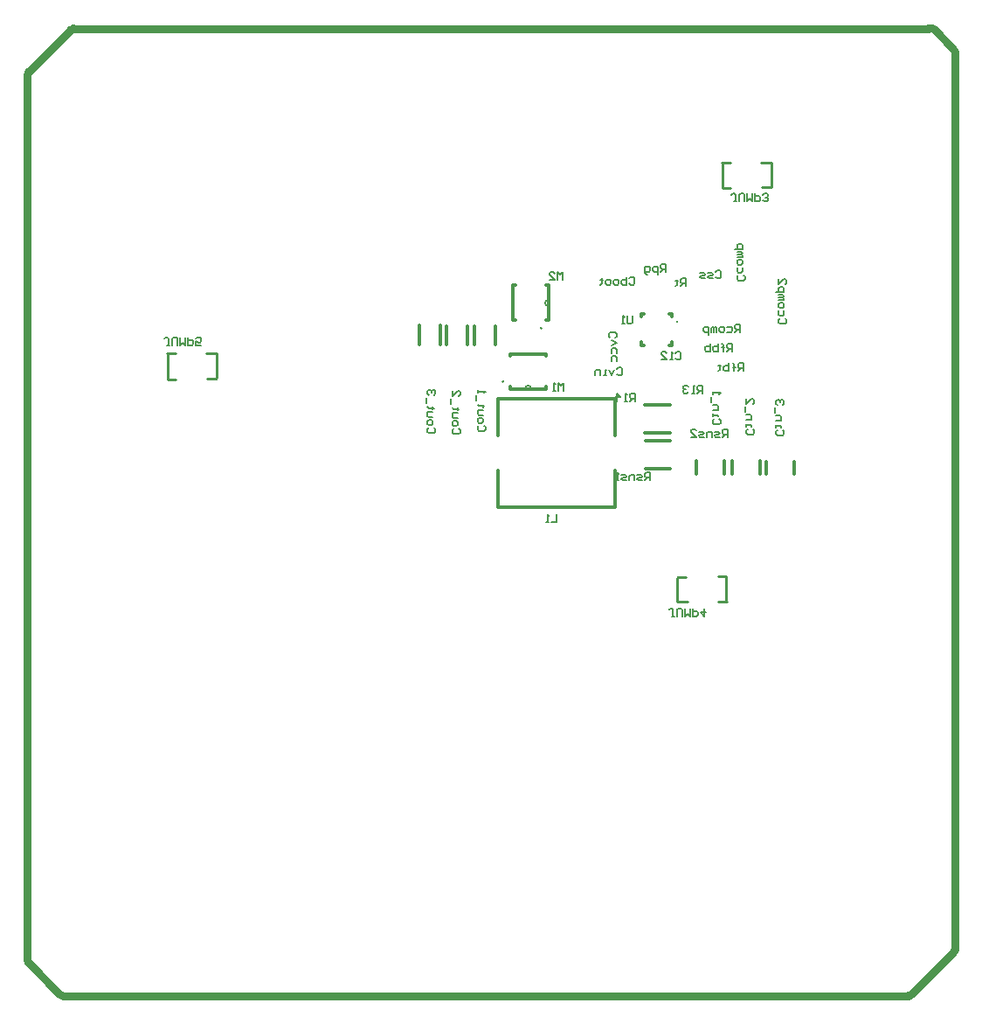
<source format=gbo>
G04 Layer_Color=32896*
%FSLAX43Y43*%
%MOMM*%
G71*
G01*
G75*
%ADD22C,0.305*%
%ADD23C,0.762*%
%ADD24C,0.762*%
%ADD42C,0.254*%
%ADD71C,0.152*%
%ADD74C,0.127*%
D22*
X62503Y66778D02*
X62771D01*
X62503Y63778D02*
X62771D01*
X59771D02*
Y64045D01*
Y66778D02*
X60038D01*
X62771Y66511D02*
Y66778D01*
Y63778D02*
Y64045D01*
X59771Y63778D02*
X60038D01*
X59771Y66511D02*
Y66778D01*
X60168Y58001D02*
X62576D01*
X60168Y55283D02*
X62576D01*
X60219Y54521D02*
X62627D01*
X60219Y51803D02*
X62627D01*
X47396Y66167D02*
Y69571D01*
X47587D01*
X50800Y66167D02*
Y69571D01*
X50609Y66167D02*
X50800D01*
X47396D02*
X47587D01*
X50609Y69571D02*
X50800D01*
X47142Y62941D02*
X50546D01*
Y62750D02*
Y62941D01*
X47142Y59538D02*
X50546D01*
X47142D02*
Y59728D01*
Y62750D02*
Y62941D01*
X50546Y59538D02*
Y59728D01*
X45891Y48095D02*
Y51661D01*
X45992Y58585D02*
X57194D01*
X45891Y55019D02*
Y58585D01*
X45992Y48095D02*
X57194D01*
X57295D02*
Y51661D01*
Y55019D02*
Y58585D01*
X38319Y63870D02*
Y65670D01*
X40319Y63870D02*
Y65670D01*
X40935Y63845D02*
Y65645D01*
X42935Y63845D02*
Y65645D01*
X43653Y63819D02*
Y65619D01*
X45653Y63819D02*
Y65619D01*
X74606Y51311D02*
Y52525D01*
X71913Y51311D02*
Y52525D01*
X71329Y51336D02*
Y52550D01*
X68637Y51336D02*
Y52550D01*
X67849Y51336D02*
Y52550D01*
X65157Y51336D02*
Y52550D01*
D23*
X90170Y92202D02*
G03*
X90058Y92472I-381J0D01*
G01*
X90170Y92202D02*
G03*
X90058Y92471I-381J0D01*
G01*
X88154Y94376D02*
G03*
X87694Y94437I-270J-269D01*
G01*
X88153Y94376D02*
G03*
X87694Y94437I-269J-269D01*
G01*
X90058Y4988D02*
G03*
X90170Y5258I-269J269D01*
G01*
X90058Y4988D02*
G03*
X90170Y5258I-269J270D01*
G01*
X85700Y787D02*
G03*
X85969Y899I0J381D01*
G01*
X85700Y787D02*
G03*
X85969Y899I0J381D01*
G01*
X4775Y94437D02*
G03*
X4506Y94326I0J-381D01*
G01*
X4775Y94437D02*
G03*
X4505Y94325I0J-381D01*
G01*
X417Y90237D02*
G03*
X305Y89967I269J-270D01*
G01*
X416Y90236D02*
G03*
X305Y89967I269J-269D01*
G01*
X3464Y899D02*
G03*
X3734Y787I269J269D01*
G01*
X305Y4216D02*
G03*
X416Y3947I381J0D01*
G01*
X305Y4216D02*
G03*
X417Y3947I381J0D01*
G01*
X3464Y899D02*
G03*
X3734Y787I270J269D01*
G01*
X3439Y925D02*
G03*
X3439Y924I270J269D01*
G01*
X88153Y94376D02*
X88154Y94376D01*
X90058Y92472D01*
X90058Y92471D01*
X90170Y91821D02*
Y92202D01*
Y5258D02*
Y91821D01*
X90058Y4988D02*
X90058Y4988D01*
X85969Y899D02*
X90058Y4988D01*
X85969Y899D02*
X85969Y899D01*
X84506Y787D02*
X85700D01*
X4801Y94437D02*
X87694D01*
X4775D02*
X4801D01*
X4505Y94325D02*
X4506Y94326D01*
X417Y90237D02*
X4505Y94325D01*
X416Y90236D02*
X417Y90237D01*
X305Y4216D02*
Y89967D01*
X3734Y787D02*
X84506D01*
X416Y3947D02*
X417Y3947D01*
X3439Y925D01*
X3439Y924D01*
X3439Y924D01*
X3464Y899D01*
X3464Y899D01*
D24*
X3439Y924D02*
D03*
D42*
X17748Y60546D02*
X18548D01*
X18623Y60621D01*
Y62971D01*
X13873Y60471D02*
X14673D01*
X13873D02*
Y62896D01*
X14448Y62946D02*
X14673D01*
X14423Y62971D02*
X14448Y62946D01*
X13798Y62971D02*
X14423D01*
X13798D02*
X13873Y62896D01*
X18623Y62971D02*
X18648Y62946D01*
X17598Y62971D02*
X18623D01*
X63266Y38908D02*
X64291D01*
X63241Y38933D02*
X63266Y38908D01*
X68016Y38983D02*
X68091Y38908D01*
X67466D02*
X68091D01*
X67441Y38933D02*
X67466Y38908D01*
X67216Y38933D02*
X67441D01*
X68016Y38983D02*
Y41408D01*
X67216D02*
X68016D01*
X63266Y38908D02*
Y41258D01*
X63341Y41333D01*
X64141D01*
X71520Y79037D02*
X72320D01*
X72395Y79112D01*
Y81462D01*
X67645Y78962D02*
X68445D01*
X67645D02*
Y81387D01*
X68220Y81437D02*
X68445D01*
X68195Y81462D02*
X68220Y81437D01*
X67570Y81462D02*
X68195D01*
X67570D02*
X67645Y81387D01*
X72395Y81462D02*
X72420Y81437D01*
X71370Y81462D02*
X72395D01*
D71*
X63351Y66028D02*
G03*
X63351Y66028I-76J0D01*
G01*
X50149Y65436D02*
G03*
X50149Y65436I-76J0D01*
G01*
X50800Y68174D02*
G03*
X50800Y67564I0J-305D01*
G01*
X46487Y60264D02*
G03*
X46487Y60264I-76J0D01*
G01*
X49149Y59538D02*
G03*
X48539Y59538I-305J0D01*
G01*
D74*
X63119Y63017D02*
X63246Y63144D01*
X63500D01*
X63627Y63017D01*
Y62509D01*
X63500Y62382D01*
X63246D01*
X63119Y62509D01*
X62865Y62382D02*
X62611D01*
X62738D01*
Y63144D01*
X62865Y63017D01*
X61723Y62382D02*
X62230D01*
X61723Y62890D01*
Y63017D01*
X61850Y63144D01*
X62103D01*
X62230Y63017D01*
X58649Y70256D02*
X58776Y70383D01*
X59030D01*
X59157Y70256D01*
Y69748D01*
X59030Y69621D01*
X58776D01*
X58649Y69748D01*
X58395Y70383D02*
Y69621D01*
X58014D01*
X57887Y69748D01*
Y69875D01*
Y70002D01*
X58014Y70129D01*
X58395D01*
X57506Y69621D02*
X57252D01*
X57125Y69748D01*
Y70002D01*
X57252Y70129D01*
X57506D01*
X57633Y70002D01*
Y69748D01*
X57506Y69621D01*
X56744D02*
X56490D01*
X56363Y69748D01*
Y70002D01*
X56490Y70129D01*
X56744D01*
X56871Y70002D01*
Y69748D01*
X56744Y69621D01*
X55983Y70256D02*
Y70129D01*
X56110D01*
X55856D01*
X55983D01*
Y69748D01*
X55856Y69621D01*
X73742Y66341D02*
X73869Y66214D01*
Y65961D01*
X73742Y65834D01*
X73234D01*
X73107Y65961D01*
Y66214D01*
X73234Y66341D01*
X73615Y67103D02*
Y66722D01*
X73488Y66595D01*
X73234D01*
X73107Y66722D01*
Y67103D01*
Y67484D02*
Y67738D01*
X73234Y67865D01*
X73488D01*
X73615Y67738D01*
Y67484D01*
X73488Y67357D01*
X73234D01*
X73107Y67484D01*
Y68119D02*
X73615D01*
Y68246D01*
X73488Y68373D01*
X73107D01*
X73488D01*
X73615Y68500D01*
X73488Y68627D01*
X73107D01*
X72853Y68881D02*
X73615D01*
Y69261D01*
X73488Y69388D01*
X73234D01*
X73107Y69261D01*
Y68881D01*
Y70150D02*
Y69642D01*
X73615Y70150D01*
X73742D01*
X73869Y70023D01*
Y69769D01*
X73742Y69642D01*
X69748Y70536D02*
X69875Y70409D01*
Y70155D01*
X69748Y70028D01*
X69240D01*
X69113Y70155D01*
Y70409D01*
X69240Y70536D01*
X69621Y71297D02*
Y70917D01*
X69494Y70790D01*
X69240D01*
X69113Y70917D01*
Y71297D01*
Y71678D02*
Y71932D01*
X69240Y72059D01*
X69494D01*
X69621Y71932D01*
Y71678D01*
X69494Y71551D01*
X69240D01*
X69113Y71678D01*
Y72313D02*
X69621D01*
Y72440D01*
X69494Y72567D01*
X69113D01*
X69494D01*
X69621Y72694D01*
X69494Y72821D01*
X69113D01*
X68859Y73075D02*
X69621D01*
Y73456D01*
X69494Y73583D01*
X69240D01*
X69113Y73456D01*
Y73075D01*
X67361Y56616D02*
X67488Y56489D01*
Y56236D01*
X67361Y56109D01*
X66853D01*
X66726Y56236D01*
Y56489D01*
X66853Y56616D01*
X66726Y56870D02*
Y57124D01*
Y56997D01*
X67234D01*
Y56870D01*
X66726Y57505D02*
X67234D01*
Y57886D01*
X67107Y58013D01*
X66726D01*
X66599Y58267D02*
Y58775D01*
X66726Y59029D02*
Y59283D01*
Y59156D01*
X67488D01*
X67361Y59029D01*
X70612Y55626D02*
X70739Y55499D01*
Y55245D01*
X70612Y55118D01*
X70104D01*
X69977Y55245D01*
Y55499D01*
X70104Y55626D01*
X69977Y55880D02*
Y56134D01*
Y56007D01*
X70485D01*
Y55880D01*
X69977Y56515D02*
X70485D01*
Y56895D01*
X70358Y57022D01*
X69977D01*
X69850Y57276D02*
Y57784D01*
X69977Y58546D02*
Y58038D01*
X70485Y58546D01*
X70612D01*
X70739Y58419D01*
Y58165D01*
X70612Y58038D01*
X73482Y55550D02*
X73609Y55423D01*
Y55169D01*
X73482Y55042D01*
X72974D01*
X72847Y55169D01*
Y55423D01*
X72974Y55550D01*
X72847Y55804D02*
Y56057D01*
Y55931D01*
X73355D01*
Y55804D01*
X72847Y56438D02*
X73355D01*
Y56819D01*
X73228Y56946D01*
X72847D01*
X72720Y57200D02*
Y57708D01*
X73482Y57962D02*
X73609Y58089D01*
Y58343D01*
X73482Y58470D01*
X73355D01*
X73228Y58343D01*
Y58216D01*
Y58343D01*
X73101Y58470D01*
X72974D01*
X72847Y58343D01*
Y58089D01*
X72974Y57962D01*
X44602Y55981D02*
X44729Y55854D01*
Y55601D01*
X44602Y55474D01*
X44094D01*
X43967Y55601D01*
Y55854D01*
X44094Y55981D01*
X43967Y56362D02*
Y56616D01*
X44094Y56743D01*
X44348D01*
X44475Y56616D01*
Y56362D01*
X44348Y56235D01*
X44094D01*
X43967Y56362D01*
X44475Y56997D02*
X44094D01*
X43967Y57124D01*
Y57505D01*
X44475D01*
X44602Y57886D02*
X44475D01*
Y57759D01*
Y58013D01*
Y57886D01*
X44094D01*
X43967Y58013D01*
X43840Y58394D02*
Y58901D01*
X43967Y59155D02*
Y59409D01*
Y59282D01*
X44729D01*
X44602Y59155D01*
X42138Y55702D02*
X42265Y55575D01*
Y55321D01*
X42138Y55194D01*
X41631D01*
X41504Y55321D01*
Y55575D01*
X41631Y55702D01*
X41504Y56083D02*
Y56337D01*
X41631Y56464D01*
X41884D01*
X42011Y56337D01*
Y56083D01*
X41884Y55956D01*
X41631D01*
X41504Y56083D01*
X42011Y56718D02*
X41631D01*
X41504Y56845D01*
Y57226D01*
X42011D01*
X42138Y57606D02*
X42011D01*
Y57479D01*
Y57733D01*
Y57606D01*
X41631D01*
X41504Y57733D01*
X41377Y58114D02*
Y58622D01*
X41504Y59384D02*
Y58876D01*
X42011Y59384D01*
X42138D01*
X42265Y59257D01*
Y59003D01*
X42138Y58876D01*
X39725Y55753D02*
X39852Y55626D01*
Y55372D01*
X39725Y55245D01*
X39218D01*
X39091Y55372D01*
Y55626D01*
X39218Y55753D01*
X39091Y56134D02*
Y56388D01*
X39218Y56515D01*
X39471D01*
X39598Y56388D01*
Y56134D01*
X39471Y56007D01*
X39218D01*
X39091Y56134D01*
X39598Y56769D02*
X39218D01*
X39091Y56895D01*
Y57276D01*
X39598D01*
X39725Y57657D02*
X39598D01*
Y57530D01*
Y57784D01*
Y57657D01*
X39218D01*
X39091Y57784D01*
X38964Y58165D02*
Y58673D01*
X39725Y58927D02*
X39852Y59054D01*
Y59308D01*
X39725Y59435D01*
X39598D01*
X39471Y59308D01*
Y59181D01*
Y59308D01*
X39345Y59435D01*
X39218D01*
X39091Y59308D01*
Y59054D01*
X39218Y58927D01*
X67005Y70866D02*
X67132Y70993D01*
X67386D01*
X67513Y70866D01*
Y70358D01*
X67386Y70231D01*
X67132D01*
X67005Y70358D01*
X66751Y70231D02*
X66371D01*
X66244Y70358D01*
X66371Y70485D01*
X66624D01*
X66751Y70612D01*
X66624Y70739D01*
X66244D01*
X65990Y70231D02*
X65609D01*
X65482Y70358D01*
X65609Y70485D01*
X65863D01*
X65990Y70612D01*
X65863Y70739D01*
X65482D01*
X56774Y64496D02*
X56647Y64622D01*
Y64876D01*
X56774Y65003D01*
X57282D01*
X57409Y64876D01*
Y64622D01*
X57282Y64496D01*
X56901Y64242D02*
X57409Y63988D01*
X56901Y63734D01*
Y62972D02*
Y63353D01*
X57028Y63480D01*
X57282D01*
X57409Y63353D01*
Y62972D01*
X56901Y62210D02*
Y62591D01*
X57028Y62718D01*
X57282D01*
X57409Y62591D01*
Y62210D01*
X57455Y61468D02*
X57582Y61595D01*
X57836D01*
X57963Y61468D01*
Y60960D01*
X57836Y60833D01*
X57582D01*
X57455Y60960D01*
X57201Y61341D02*
X56947Y60833D01*
X56693Y61341D01*
X56439Y60833D02*
X56185D01*
X56312D01*
Y61341D01*
X56439D01*
X55805Y60833D02*
Y61341D01*
X55424D01*
X55297Y61214D01*
Y60833D01*
X51613Y47396D02*
Y46634D01*
X51105D01*
X50851D02*
X50597D01*
X50724D01*
Y47396D01*
X50851Y47269D01*
X52248Y59385D02*
Y60147D01*
X51994Y59893D01*
X51740Y60147D01*
Y59385D01*
X51486D02*
X51232D01*
X51359D01*
Y60147D01*
X51486Y60020D01*
X52172Y70079D02*
Y70840D01*
X51918Y70586D01*
X51664Y70840D01*
Y70079D01*
X50902D02*
X51410D01*
X50902Y70586D01*
Y70713D01*
X51029Y70840D01*
X51283D01*
X51410Y70713D01*
X65735Y59131D02*
Y59893D01*
X65354D01*
X65227Y59766D01*
Y59512D01*
X65354Y59385D01*
X65735D01*
X65481D02*
X65227Y59131D01*
X64973D02*
X64720D01*
X64846D01*
Y59893D01*
X64973Y59766D01*
X64339D02*
X64212Y59893D01*
X63958D01*
X63831Y59766D01*
Y59639D01*
X63958Y59512D01*
X64085D01*
X63958D01*
X63831Y59385D01*
Y59258D01*
X63958Y59131D01*
X64212D01*
X64339Y59258D01*
X59207Y58369D02*
Y59131D01*
X58827D01*
X58700Y59004D01*
Y58750D01*
X58827Y58623D01*
X59207D01*
X58953D02*
X58700Y58369D01*
X58446D02*
X58192D01*
X58319D01*
Y59131D01*
X58446Y59004D01*
X57430Y58369D02*
Y59131D01*
X57811Y58750D01*
X57303D01*
X69393Y65049D02*
Y65811D01*
X69012D01*
X68885Y65684D01*
Y65430D01*
X69012Y65303D01*
X69393D01*
X69139D02*
X68885Y65049D01*
X68123Y65557D02*
X68504D01*
X68631Y65430D01*
Y65176D01*
X68504Y65049D01*
X68123D01*
X67742D02*
X67488D01*
X67361Y65176D01*
Y65430D01*
X67488Y65557D01*
X67742D01*
X67869Y65430D01*
Y65176D01*
X67742Y65049D01*
X67108D02*
Y65557D01*
X66981D01*
X66854Y65430D01*
Y65049D01*
Y65430D01*
X66727Y65557D01*
X66600Y65430D01*
Y65049D01*
X66346Y64795D02*
Y65557D01*
X65965D01*
X65838Y65430D01*
Y65176D01*
X65965Y65049D01*
X66346D01*
X68631Y63195D02*
Y63957D01*
X68250D01*
X68123Y63830D01*
Y63576D01*
X68250Y63449D01*
X68631D01*
X68377D02*
X68123Y63195D01*
X67742D02*
Y63830D01*
Y63576D01*
X67869D01*
X67615D01*
X67742D01*
Y63830D01*
X67615Y63957D01*
X67234D02*
Y63195D01*
X66853D01*
X66726Y63322D01*
Y63449D01*
Y63576D01*
X66853Y63703D01*
X67234D01*
X66473Y63957D02*
Y63195D01*
X66092D01*
X65965Y63322D01*
Y63449D01*
Y63576D01*
X66092Y63703D01*
X66473D01*
X69698Y61290D02*
Y62052D01*
X69317D01*
X69190Y61925D01*
Y61671D01*
X69317Y61544D01*
X69698D01*
X69444D02*
X69190Y61290D01*
X68809D02*
Y61925D01*
Y61671D01*
X68936D01*
X68682D01*
X68809D01*
Y61925D01*
X68682Y62052D01*
X68301D02*
Y61290D01*
X67920D01*
X67793Y61417D01*
Y61544D01*
Y61671D01*
X67920Y61798D01*
X68301D01*
X67412Y61925D02*
Y61798D01*
X67539D01*
X67285D01*
X67412D01*
Y61417D01*
X67285Y61290D01*
X62210Y70866D02*
Y71628D01*
X61830D01*
X61703Y71501D01*
Y71247D01*
X61830Y71120D01*
X62210D01*
X61956D02*
X61703Y70866D01*
X61449Y70612D02*
Y71374D01*
X61068D01*
X60941Y71247D01*
Y70993D01*
X61068Y70866D01*
X61449D01*
X60433Y70612D02*
X60306D01*
X60179Y70739D01*
Y71374D01*
X60560D01*
X60687Y71247D01*
Y70993D01*
X60560Y70866D01*
X60179D01*
X60655Y50673D02*
Y51435D01*
X60274D01*
X60147Y51308D01*
Y51054D01*
X60274Y50927D01*
X60655D01*
X60401D02*
X60147Y50673D01*
X59893D02*
X59513D01*
X59386Y50800D01*
X59513Y50927D01*
X59766D01*
X59893Y51054D01*
X59766Y51181D01*
X59386D01*
X59132Y50673D02*
Y51181D01*
X58751D01*
X58624Y51054D01*
Y50673D01*
X58370D02*
X57989D01*
X57862Y50800D01*
X57989Y50927D01*
X58243D01*
X58370Y51054D01*
X58243Y51181D01*
X57862D01*
X57608Y50673D02*
X57354D01*
X57481D01*
Y51435D01*
X57608Y51308D01*
X68179Y54889D02*
Y55651D01*
X67799D01*
X67672Y55524D01*
Y55270D01*
X67799Y55143D01*
X68179D01*
X67925D02*
X67672Y54889D01*
X67418D02*
X67037D01*
X66910Y55016D01*
X67037Y55143D01*
X67291D01*
X67418Y55270D01*
X67291Y55397D01*
X66910D01*
X66656Y54889D02*
Y55397D01*
X66275D01*
X66148Y55270D01*
Y54889D01*
X65894D02*
X65513D01*
X65386Y55016D01*
X65513Y55143D01*
X65767D01*
X65894Y55270D01*
X65767Y55397D01*
X65386D01*
X64625Y54889D02*
X65132D01*
X64625Y55397D01*
Y55524D01*
X64751Y55651D01*
X65005D01*
X65132Y55524D01*
X64141Y69469D02*
Y70231D01*
X63760D01*
X63633Y70104D01*
Y69850D01*
X63760Y69723D01*
X64141D01*
X63887D02*
X63633Y69469D01*
X63252Y70104D02*
Y69977D01*
X63379D01*
X63125D01*
X63252D01*
Y69596D01*
X63125Y69469D01*
X58928Y66624D02*
Y65989D01*
X58801Y65862D01*
X58547D01*
X58420Y65989D01*
Y66624D01*
X58166Y65862D02*
X57912D01*
X58039D01*
Y66624D01*
X58166Y66497D01*
X69037Y77699D02*
X68783D01*
X68910D01*
Y78334D01*
X68783Y78461D01*
X68656D01*
X68529Y78334D01*
X69291Y77699D02*
Y78334D01*
X69418Y78461D01*
X69672D01*
X69799Y78334D01*
Y77699D01*
X70053Y78461D02*
Y77699D01*
X70307Y77953D01*
X70561Y77699D01*
Y78461D01*
X70814D02*
Y77699D01*
X71195D01*
X71322Y77826D01*
Y78080D01*
X71195Y78207D01*
X70814D01*
X71576Y77826D02*
X71703Y77699D01*
X71957D01*
X72084Y77826D01*
Y77953D01*
X71957Y78080D01*
X71830D01*
X71957D01*
X72084Y78207D01*
Y78334D01*
X71957Y78461D01*
X71703D01*
X71576Y78334D01*
X62992Y37516D02*
X62738D01*
X62865D01*
Y38151D01*
X62738Y38278D01*
X62611D01*
X62484Y38151D01*
X63246Y37516D02*
Y38151D01*
X63373Y38278D01*
X63627D01*
X63754Y38151D01*
Y37516D01*
X64008Y38278D02*
Y37516D01*
X64261Y37770D01*
X64515Y37516D01*
Y38278D01*
X64769D02*
Y37516D01*
X65150D01*
X65277Y37643D01*
Y37897D01*
X65150Y38024D01*
X64769D01*
X65912Y38278D02*
Y37516D01*
X65531Y37897D01*
X66039D01*
X14097Y63754D02*
X13843D01*
X13970D01*
Y64389D01*
X13843Y64516D01*
X13716D01*
X13589Y64389D01*
X14351Y63754D02*
Y64389D01*
X14478Y64516D01*
X14732D01*
X14859Y64389D01*
Y63754D01*
X15113Y64516D02*
Y63754D01*
X15366Y64008D01*
X15620Y63754D01*
Y64516D01*
X15874D02*
Y63754D01*
X16255D01*
X16382Y63881D01*
Y64135D01*
X16255Y64262D01*
X15874D01*
X17144Y63754D02*
X16636D01*
Y64135D01*
X16890Y64008D01*
X17017D01*
X17144Y64135D01*
Y64389D01*
X17017Y64516D01*
X16763D01*
X16636Y64389D01*
M02*

</source>
